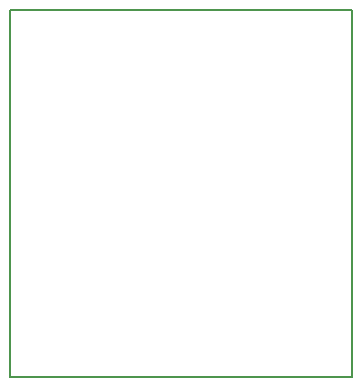
<source format=gbr>
G04 #@! TF.GenerationSoftware,KiCad,Pcbnew,5.0.2-bee76a0~70~ubuntu18.04.1*
G04 #@! TF.CreationDate,2020-01-29T09:52:59-03:00*
G04 #@! TF.ProjectId,conector,636f6e65-6374-46f7-922e-6b696361645f,rev?*
G04 #@! TF.SameCoordinates,Original*
G04 #@! TF.FileFunction,Profile,NP*
%FSLAX46Y46*%
G04 Gerber Fmt 4.6, Leading zero omitted, Abs format (unit mm)*
G04 Created by KiCad (PCBNEW 5.0.2-bee76a0~70~ubuntu18.04.1) date qua 29 jan 2020 09:52:59 -03*
%MOMM*%
%LPD*%
G01*
G04 APERTURE LIST*
%ADD10C,0.200000*%
G04 APERTURE END LIST*
D10*
X137000000Y-33514614D02*
X108000000Y-33514614D01*
X137000000Y-64514614D02*
X137000000Y-33514614D01*
X108000000Y-64514614D02*
X137000000Y-64514614D01*
X108000000Y-33514614D02*
X108000000Y-64514614D01*
M02*

</source>
